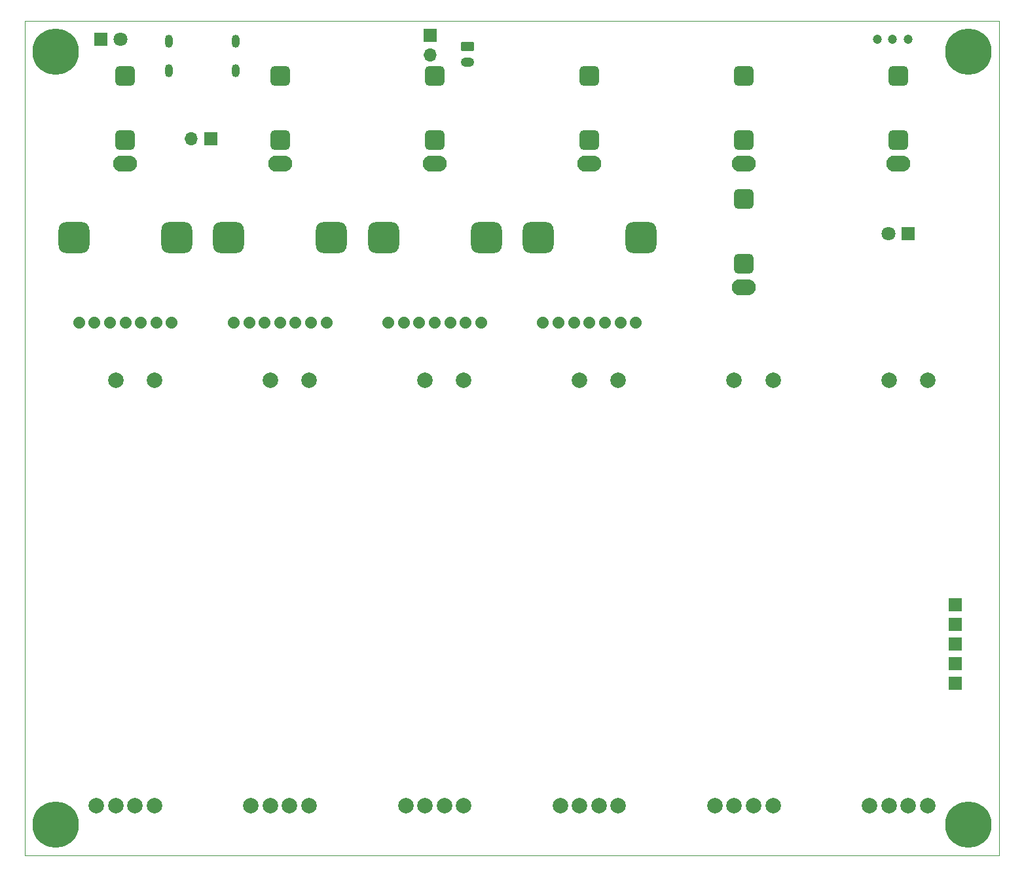
<source format=gbr>
G04 #@! TF.GenerationSoftware,KiCad,Pcbnew,(6.0.7)*
G04 #@! TF.CreationDate,2022-08-25T22:48:20+02:00*
G04 #@! TF.ProjectId,mixerli,6d697865-726c-4692-9e6b-696361645f70,rev?*
G04 #@! TF.SameCoordinates,Original*
G04 #@! TF.FileFunction,Soldermask,Top*
G04 #@! TF.FilePolarity,Negative*
%FSLAX46Y46*%
G04 Gerber Fmt 4.6, Leading zero omitted, Abs format (unit mm)*
G04 Created by KiCad (PCBNEW (6.0.7)) date 2022-08-25 22:48:20*
%MOMM*%
%LPD*%
G01*
G04 APERTURE LIST*
G04 Aperture macros list*
%AMRoundRect*
0 Rectangle with rounded corners*
0 $1 Rounding radius*
0 $2 $3 $4 $5 $6 $7 $8 $9 X,Y pos of 4 corners*
0 Add a 4 corners polygon primitive as box body*
4,1,4,$2,$3,$4,$5,$6,$7,$8,$9,$2,$3,0*
0 Add four circle primitives for the rounded corners*
1,1,$1+$1,$2,$3*
1,1,$1+$1,$4,$5*
1,1,$1+$1,$6,$7*
1,1,$1+$1,$8,$9*
0 Add four rect primitives between the rounded corners*
20,1,$1+$1,$2,$3,$4,$5,0*
20,1,$1+$1,$4,$5,$6,$7,0*
20,1,$1+$1,$6,$7,$8,$9,0*
20,1,$1+$1,$8,$9,$2,$3,0*%
%AMFreePoly0*
4,1,30,0.174003,0.741867,0.334039,0.684881,0.477472,0.593856,0.597174,0.473315,0.687196,0.329249,0.743064,0.168820,0.762000,0.000000,0.761703,-0.021276,0.738060,-0.189502,0.677735,-0.348309,0.583726,-0.489804,0.460705,-0.606956,0.314786,-0.693941,0.153221,-0.746436,-0.015958,-0.761833,-0.184344,-0.739365,-0.343569,-0.680150,-0.485717,-0.587131,-0.603725,-0.464931,-0.691726,-0.319622,
-0.745348,-0.158429,-0.761926,0.010639,-0.740634,0.179178,-0.682532,0.338812,-0.590508,0.481606,-0.469134,0.600464,-0.324444,0.689478,-0.163628,0.744224,0.005320,0.761981,0.174003,0.741867,0.174003,0.741867,$1*%
G04 Aperture macros list end*
G04 #@! TA.AperFunction,Profile*
%ADD10C,0.100000*%
G04 #@! TD*
%ADD11RoundRect,0.650000X-0.650000X-0.650000X0.650000X-0.650000X0.650000X0.650000X-0.650000X0.650000X0*%
%ADD12O,3.100000X2.100000*%
%ADD13C,2.000000*%
%ADD14R,1.800000X1.800000*%
%ADD15C,1.800000*%
%ADD16RoundRect,1.000000X-1.000000X-1.000000X1.000000X-1.000000X1.000000X1.000000X-1.000000X1.000000X0*%
%ADD17FreePoly0,0.000000*%
%ADD18R,1.700000X1.700000*%
%ADD19O,1.700000X1.700000*%
%ADD20C,6.000000*%
%ADD21O,1.000000X1.700000*%
%ADD22RoundRect,0.250000X-0.625000X0.350000X-0.625000X-0.350000X0.625000X-0.350000X0.625000X0.350000X0*%
%ADD23O,1.750000X1.200000*%
%ADD24C,1.200000*%
G04 APERTURE END LIST*
D10*
X14000000Y-88000000D02*
X14000000Y-196000000D01*
X140000000Y-88000000D02*
X14000000Y-88000000D01*
X14000000Y-196000000D02*
X140000000Y-196000000D01*
X140000000Y-88000000D02*
X140000000Y-196000000D01*
D11*
X107000000Y-119380000D03*
D12*
X107000000Y-122480000D03*
D11*
X107000000Y-111080000D03*
X127000000Y-103380000D03*
D12*
X127000000Y-106480000D03*
D11*
X127000000Y-95080000D03*
D13*
X125750000Y-189500000D03*
X123250000Y-189500000D03*
X125750000Y-134500000D03*
X130750000Y-189500000D03*
X128250000Y-189500000D03*
X130750000Y-134500000D03*
D14*
X23855000Y-90422000D03*
D15*
X26395000Y-90422000D03*
D14*
X128254000Y-115568000D03*
D15*
X125714000Y-115568000D03*
D11*
X47000000Y-103380000D03*
D12*
X47000000Y-106480000D03*
D11*
X47000000Y-95080000D03*
X67000000Y-103380000D03*
D12*
X67000000Y-106480000D03*
D11*
X67000000Y-95080000D03*
X87000000Y-103380000D03*
D12*
X87000000Y-106480000D03*
D11*
X87000000Y-95080000D03*
X107000000Y-103380000D03*
D12*
X107000000Y-106480000D03*
D11*
X107000000Y-95080000D03*
D13*
X45750000Y-189500000D03*
X43250000Y-189500000D03*
X45750000Y-134500000D03*
X50750000Y-189500000D03*
X48250000Y-189500000D03*
X50750000Y-134500000D03*
X65750000Y-189500000D03*
X63250000Y-189500000D03*
X65750000Y-134500000D03*
X70750000Y-189500000D03*
X68250000Y-189500000D03*
X70750000Y-134500000D03*
X85750000Y-189500000D03*
X83250000Y-189500000D03*
X85750000Y-134500000D03*
X90750000Y-189500000D03*
X88250000Y-189500000D03*
X90750000Y-134500000D03*
X105750000Y-189500000D03*
X103250000Y-189500000D03*
X105750000Y-134500000D03*
X110750000Y-189500000D03*
X108250000Y-189500000D03*
X110750000Y-134500000D03*
D11*
X27000000Y-103380000D03*
D12*
X27000000Y-106480000D03*
D11*
X27000000Y-95080000D03*
D13*
X25750000Y-189500000D03*
X23250000Y-189500000D03*
X25750000Y-134500000D03*
X30750000Y-189500000D03*
X28250000Y-189500000D03*
X30750000Y-134500000D03*
D16*
X33670000Y-116034000D03*
D17*
X21020000Y-127034000D03*
X33020000Y-127034000D03*
D16*
X20370000Y-116034000D03*
D17*
X23020000Y-127034000D03*
X27020000Y-127034000D03*
X31020000Y-127034000D03*
X25020000Y-127034000D03*
X29020000Y-127034000D03*
D16*
X53670000Y-116034000D03*
X40370000Y-116034000D03*
D17*
X41020000Y-127034000D03*
X53020000Y-127034000D03*
X43020000Y-127034000D03*
X47020000Y-127034000D03*
X51020000Y-127034000D03*
X45020000Y-127034000D03*
X49020000Y-127034000D03*
D16*
X60370000Y-116034000D03*
X73670000Y-116034000D03*
D17*
X61020000Y-127034000D03*
X73020000Y-127034000D03*
X63020000Y-127034000D03*
X67020000Y-127034000D03*
X71020000Y-127034000D03*
X65020000Y-127034000D03*
X69020000Y-127034000D03*
X93020000Y-127034000D03*
D16*
X93670000Y-116034000D03*
D17*
X81020000Y-127034000D03*
D16*
X80370000Y-116034000D03*
D17*
X83020000Y-127034000D03*
X87020000Y-127034000D03*
X91020000Y-127034000D03*
X85020000Y-127034000D03*
X89020000Y-127034000D03*
D18*
X38084000Y-103249000D03*
D19*
X35544000Y-103249000D03*
D20*
X18000000Y-192000000D03*
X18000000Y-92000000D03*
X136000000Y-192000000D03*
X136000000Y-92000000D03*
D21*
X41261000Y-94476000D03*
X32621000Y-94476000D03*
X32621000Y-90676000D03*
X41261000Y-90676000D03*
D18*
X134284000Y-163534000D03*
X134284000Y-166074000D03*
X134284000Y-168614000D03*
X134284000Y-171154000D03*
X134284000Y-173694000D03*
X66420000Y-89834000D03*
D19*
X66420000Y-92374000D03*
D22*
X71270000Y-91334000D03*
D23*
X71270000Y-93334000D03*
D24*
X124222000Y-90422000D03*
X126222000Y-90422000D03*
X128222000Y-90422000D03*
M02*

</source>
